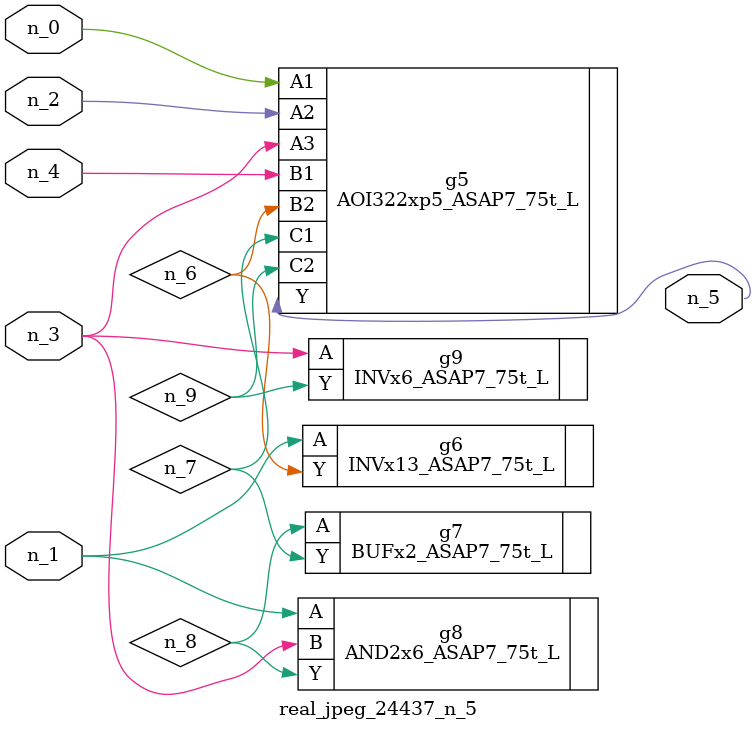
<source format=v>
module real_jpeg_24437_n_5 (n_4, n_0, n_1, n_2, n_3, n_5);

input n_4;
input n_0;
input n_1;
input n_2;
input n_3;

output n_5;

wire n_8;
wire n_6;
wire n_7;
wire n_9;

AOI322xp5_ASAP7_75t_L g5 ( 
.A1(n_0),
.A2(n_2),
.A3(n_3),
.B1(n_4),
.B2(n_6),
.C1(n_7),
.C2(n_9),
.Y(n_5)
);

INVx13_ASAP7_75t_L g6 ( 
.A(n_1),
.Y(n_6)
);

AND2x6_ASAP7_75t_L g8 ( 
.A(n_1),
.B(n_3),
.Y(n_8)
);

INVx6_ASAP7_75t_L g9 ( 
.A(n_3),
.Y(n_9)
);

BUFx2_ASAP7_75t_L g7 ( 
.A(n_8),
.Y(n_7)
);


endmodule
</source>
